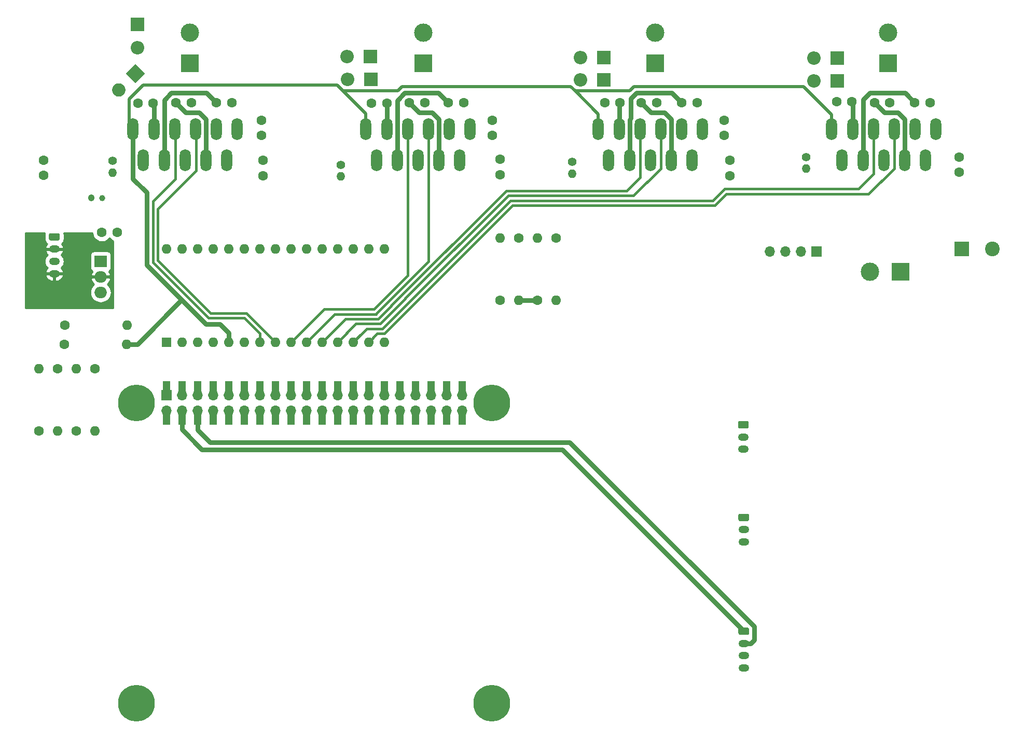
<source format=gbl>
G04 #@! TF.GenerationSoftware,KiCad,Pcbnew,(5.1.6)-1*
G04 #@! TF.CreationDate,2021-04-18T21:34:56+02:00*
G04 #@! TF.ProjectId,eduRov_motherboard,65647552-6f76-45f6-9d6f-74686572626f,rev?*
G04 #@! TF.SameCoordinates,Original*
G04 #@! TF.FileFunction,Copper,L4,Bot*
G04 #@! TF.FilePolarity,Positive*
%FSLAX46Y46*%
G04 Gerber Fmt 4.6, Leading zero omitted, Abs format (unit mm)*
G04 Created by KiCad (PCBNEW (5.1.6)-1) date 2021-04-18 21:34:56*
%MOMM*%
%LPD*%
G01*
G04 APERTURE LIST*
G04 #@! TA.AperFunction,SMDPad,CuDef*
%ADD10R,1.270000X1.680000*%
G04 #@! TD*
G04 #@! TA.AperFunction,ComponentPad*
%ADD11O,1.700000X1.700000*%
G04 #@! TD*
G04 #@! TA.AperFunction,ComponentPad*
%ADD12R,1.700000X1.700000*%
G04 #@! TD*
G04 #@! TA.AperFunction,ComponentPad*
%ADD13C,6.000000*%
G04 #@! TD*
G04 #@! TA.AperFunction,ComponentPad*
%ADD14O,1.750000X1.200000*%
G04 #@! TD*
G04 #@! TA.AperFunction,ComponentPad*
%ADD15O,2.000000X1.905000*%
G04 #@! TD*
G04 #@! TA.AperFunction,ComponentPad*
%ADD16R,2.000000X1.905000*%
G04 #@! TD*
G04 #@! TA.AperFunction,ComponentPad*
%ADD17C,3.000000*%
G04 #@! TD*
G04 #@! TA.AperFunction,ComponentPad*
%ADD18R,3.000000X3.000000*%
G04 #@! TD*
G04 #@! TA.AperFunction,ComponentPad*
%ADD19O,1.800000X3.600000*%
G04 #@! TD*
G04 #@! TA.AperFunction,ComponentPad*
%ADD20O,1.600000X1.600000*%
G04 #@! TD*
G04 #@! TA.AperFunction,ComponentPad*
%ADD21C,1.600000*%
G04 #@! TD*
G04 #@! TA.AperFunction,ComponentPad*
%ADD22O,1.400000X1.400000*%
G04 #@! TD*
G04 #@! TA.AperFunction,ComponentPad*
%ADD23C,1.400000*%
G04 #@! TD*
G04 #@! TA.AperFunction,ComponentPad*
%ADD24C,2.400000*%
G04 #@! TD*
G04 #@! TA.AperFunction,ComponentPad*
%ADD25R,2.400000X2.400000*%
G04 #@! TD*
G04 #@! TA.AperFunction,ComponentPad*
%ADD26O,2.200000X2.200000*%
G04 #@! TD*
G04 #@! TA.AperFunction,ComponentPad*
%ADD27R,2.200000X2.200000*%
G04 #@! TD*
G04 #@! TA.AperFunction,ComponentPad*
%ADD28C,0.100000*%
G04 #@! TD*
G04 #@! TA.AperFunction,ComponentPad*
%ADD29R,1.600000X1.600000*%
G04 #@! TD*
G04 #@! TA.AperFunction,ViaPad*
%ADD30C,1.000000*%
G04 #@! TD*
G04 #@! TA.AperFunction,Conductor*
%ADD31C,0.400000*%
G04 #@! TD*
G04 #@! TA.AperFunction,Conductor*
%ADD32C,0.800000*%
G04 #@! TD*
G04 #@! TA.AperFunction,Conductor*
%ADD33C,0.600000*%
G04 #@! TD*
G04 #@! TA.AperFunction,Conductor*
%ADD34C,0.500000*%
G04 #@! TD*
G04 #@! TA.AperFunction,Conductor*
%ADD35C,1.000000*%
G04 #@! TD*
G04 #@! TA.AperFunction,Conductor*
%ADD36C,0.254000*%
G04 #@! TD*
G04 APERTURE END LIST*
D10*
X82550000Y-104574000D03*
X92710000Y-104574000D03*
X107950000Y-104574000D03*
X80010000Y-104574000D03*
X100330000Y-104574000D03*
X105410000Y-104574000D03*
X113030000Y-104574000D03*
X115570000Y-104574000D03*
X118110000Y-104574000D03*
X90170000Y-104574000D03*
X110490000Y-104574000D03*
X120650000Y-104574000D03*
X123190000Y-104574000D03*
X125730000Y-104574000D03*
X128270000Y-104574000D03*
X87630000Y-104574000D03*
X95250000Y-104574000D03*
X97790000Y-104574000D03*
X85090000Y-104574000D03*
X102870000Y-104574000D03*
X102870000Y-99134000D03*
X105410000Y-99134000D03*
X115570000Y-99134000D03*
X120650000Y-99134000D03*
X97790000Y-99134000D03*
X128270000Y-99134000D03*
X87630000Y-99134000D03*
X107950000Y-99134000D03*
X125730000Y-99134000D03*
X85090000Y-99134000D03*
X110490000Y-99134000D03*
X118110000Y-99134000D03*
X92710000Y-99134000D03*
X80010000Y-99134000D03*
X100330000Y-99134000D03*
X95250000Y-99134000D03*
X123190000Y-99134000D03*
X113030000Y-99134000D03*
X90170000Y-99134000D03*
X82550000Y-99134000D03*
D11*
X105410000Y-103124000D03*
X115570000Y-103124000D03*
X107950000Y-103124000D03*
X125730000Y-100584000D03*
D12*
X80010000Y-100584000D03*
D11*
X118110000Y-100584000D03*
X128270000Y-100584000D03*
X100330000Y-103124000D03*
X120650000Y-100584000D03*
X85090000Y-100584000D03*
X120650000Y-103124000D03*
X82550000Y-103124000D03*
X82550000Y-100584000D03*
X95250000Y-103124000D03*
D13*
X133140000Y-101854000D03*
D11*
X102870000Y-103124000D03*
X123190000Y-100584000D03*
X110490000Y-103124000D03*
X107950000Y-100584000D03*
X110490000Y-100584000D03*
X102870000Y-100584000D03*
X97790000Y-100584000D03*
X87630000Y-103124000D03*
X92710000Y-103124000D03*
D13*
X75140000Y-150854000D03*
D11*
X128270000Y-103124000D03*
D13*
X75140000Y-101854000D03*
D11*
X87630000Y-100584000D03*
X90170000Y-100584000D03*
X123190000Y-103124000D03*
X97790000Y-103124000D03*
X85090000Y-103124000D03*
X113030000Y-103124000D03*
X125730000Y-103124000D03*
X95250000Y-100584000D03*
X113030000Y-100584000D03*
X80010000Y-103124000D03*
X100330000Y-100584000D03*
X92710000Y-100584000D03*
D13*
X133140000Y-150854000D03*
D11*
X118110000Y-103124000D03*
X90170000Y-103124000D03*
X115570000Y-100584000D03*
X105410000Y-100584000D03*
D14*
X61722000Y-80739500D03*
X61722000Y-78739500D03*
X61722000Y-76739500D03*
G04 #@! TA.AperFunction,ComponentPad*
G36*
G01*
X61096999Y-74139500D02*
X62347001Y-74139500D01*
G75*
G02*
X62597000Y-74389499I0J-249999D01*
G01*
X62597000Y-75089501D01*
G75*
G02*
X62347001Y-75339500I-249999J0D01*
G01*
X61096999Y-75339500D01*
G75*
G02*
X60847000Y-75089501I0J249999D01*
G01*
X60847000Y-74389499D01*
G75*
G02*
X61096999Y-74139500I249999J0D01*
G01*
G37*
G04 #@! TD.AperFunction*
D15*
X69278500Y-83820000D03*
X69278500Y-81280000D03*
D16*
X69278500Y-78740000D03*
D17*
X197802500Y-41418500D03*
D18*
X197802500Y-46418500D03*
D17*
X159766000Y-41418500D03*
D18*
X159766000Y-46418500D03*
D17*
X121920000Y-41418500D03*
D18*
X121920000Y-46418500D03*
D17*
X83820000Y-41418500D03*
D18*
X83820000Y-46418500D03*
D14*
X174244000Y-145128500D03*
X174244000Y-143128500D03*
X174244000Y-141128500D03*
G04 #@! TA.AperFunction,ComponentPad*
G36*
G01*
X173618999Y-138528500D02*
X174869001Y-138528500D01*
G75*
G02*
X175119000Y-138778499I0J-249999D01*
G01*
X175119000Y-139478501D01*
G75*
G02*
X174869001Y-139728500I-249999J0D01*
G01*
X173618999Y-139728500D01*
G75*
G02*
X173369000Y-139478501I0J249999D01*
G01*
X173369000Y-138778499D01*
G75*
G02*
X173618999Y-138528500I249999J0D01*
G01*
G37*
G04 #@! TD.AperFunction*
X174244000Y-124555000D03*
X174244000Y-122555000D03*
G04 #@! TA.AperFunction,ComponentPad*
G36*
G01*
X173618999Y-119955000D02*
X174869001Y-119955000D01*
G75*
G02*
X175119000Y-120204999I0J-249999D01*
G01*
X175119000Y-120905001D01*
G75*
G02*
X174869001Y-121155000I-249999J0D01*
G01*
X173618999Y-121155000D01*
G75*
G02*
X173369000Y-120905001I0J249999D01*
G01*
X173369000Y-120204999D01*
G75*
G02*
X173618999Y-119955000I249999J0D01*
G01*
G37*
G04 #@! TD.AperFunction*
X174180500Y-109410000D03*
X174180500Y-107410000D03*
G04 #@! TA.AperFunction,ComponentPad*
G36*
G01*
X173555499Y-104810000D02*
X174805501Y-104810000D01*
G75*
G02*
X175055500Y-105059999I0J-249999D01*
G01*
X175055500Y-105760001D01*
G75*
G02*
X174805501Y-106010000I-249999J0D01*
G01*
X173555499Y-106010000D01*
G75*
G02*
X173305500Y-105760001I0J249999D01*
G01*
X173305500Y-105059999D01*
G75*
G02*
X173555499Y-104810000I249999J0D01*
G01*
G37*
G04 #@! TD.AperFunction*
D19*
X74558000Y-57150000D03*
X76258000Y-62230000D03*
X77958000Y-57150000D03*
X79658000Y-62230000D03*
X81358000Y-57150000D03*
X83058000Y-62230000D03*
X84758000Y-57150000D03*
X86458000Y-62230000D03*
X88158000Y-57150000D03*
X89858000Y-62230000D03*
X91558000Y-57150000D03*
X112580000Y-57150000D03*
X114280000Y-62230000D03*
X115980000Y-57150000D03*
X117680000Y-62230000D03*
X119380000Y-57150000D03*
X121080000Y-62230000D03*
X122780000Y-57150000D03*
X124480000Y-62230000D03*
X126180000Y-57150000D03*
X127880000Y-62230000D03*
X129580000Y-57150000D03*
X150504000Y-57150000D03*
X152204000Y-62230000D03*
X153904000Y-57150000D03*
X155604000Y-62230000D03*
X157304000Y-57150000D03*
X159004000Y-62230000D03*
X160704000Y-57150000D03*
X162404000Y-62230000D03*
X164104000Y-57150000D03*
X165804000Y-62230000D03*
X167504000Y-57150000D03*
X188604000Y-57150000D03*
X190304000Y-62230000D03*
X192004000Y-57150000D03*
X193704000Y-62230000D03*
X195404000Y-57150000D03*
X197104000Y-62230000D03*
X198804000Y-57150000D03*
X200504000Y-62230000D03*
X202204000Y-57150000D03*
X203904000Y-62230000D03*
X205604000Y-57150000D03*
D20*
X73596500Y-89154000D03*
D21*
X63436500Y-89154000D03*
D20*
X134429500Y-74930000D03*
D21*
X134429500Y-85090000D03*
D20*
X137477500Y-85090000D03*
D21*
X137477500Y-74930000D03*
D20*
X140525500Y-74930000D03*
D21*
X140525500Y-85090000D03*
D20*
X143573500Y-85090000D03*
D21*
X143573500Y-74930000D03*
D20*
X73533000Y-92265500D03*
D21*
X63373000Y-92265500D03*
D20*
X65278000Y-96266000D03*
D21*
X65278000Y-106426000D03*
D20*
X68326000Y-106426000D03*
D21*
X68326000Y-96266000D03*
D20*
X59182000Y-96266000D03*
D21*
X59182000Y-106426000D03*
D20*
X62230000Y-106426000D03*
D21*
X62230000Y-96266000D03*
D22*
X71247000Y-64262000D03*
D23*
X71247000Y-62362000D03*
D22*
X108458000Y-64892000D03*
D23*
X108458000Y-62992000D03*
D22*
X146215100Y-64401780D03*
D23*
X146215100Y-62501780D03*
D22*
X184404000Y-63622000D03*
D23*
X184404000Y-61722000D03*
D21*
X59944000Y-64730000D03*
X59944000Y-62230000D03*
X95758000Y-64770000D03*
X95758000Y-62270000D03*
X134477760Y-64569340D03*
X134477760Y-62069340D03*
X171958000Y-64770000D03*
X171958000Y-62270000D03*
X71969000Y-74041000D03*
X69469000Y-74041000D03*
X95504000Y-58189500D03*
X95504000Y-55689500D03*
X133159500Y-58189500D03*
X133159500Y-55689500D03*
X171005500Y-58189500D03*
X171005500Y-55689500D03*
X209359500Y-61698500D03*
X209359500Y-64198500D03*
D24*
X214804000Y-76708000D03*
D25*
X209804000Y-76708000D03*
D26*
X75311000Y-43878500D03*
D27*
X75311000Y-40068500D03*
G04 #@! TA.AperFunction,ComponentPad*
G36*
G01*
X73013740Y-49985760D02*
X73013740Y-49985760D01*
G75*
G02*
X73013740Y-51541394I-777817J-777817D01*
G01*
X73013740Y-51541394D01*
G75*
G02*
X71458106Y-51541394I-777817J777817D01*
G01*
X71458106Y-51541394D01*
G75*
G02*
X71458106Y-49985760I777817J777817D01*
G01*
X71458106Y-49985760D01*
G75*
G02*
X73013740Y-49985760I777817J-777817D01*
G01*
G37*
G04 #@! TD.AperFunction*
G04 #@! TA.AperFunction,ComponentPad*
D28*
G36*
X74930000Y-46513865D02*
G01*
X76485635Y-48069500D01*
X74930000Y-49625135D01*
X73374365Y-48069500D01*
X74930000Y-46513865D01*
G37*
G04 #@! TD.AperFunction*
D26*
X109474000Y-45339000D03*
D27*
X113284000Y-45339000D03*
D26*
X109537500Y-49022000D03*
D27*
X113347500Y-49022000D03*
D26*
X147574000Y-45466000D03*
D27*
X151384000Y-45466000D03*
D26*
X147574000Y-49149000D03*
D27*
X151384000Y-49149000D03*
D26*
X185674000Y-45593000D03*
D27*
X189484000Y-45593000D03*
D26*
X185674000Y-49276000D03*
D27*
X189484000Y-49276000D03*
D21*
X88178000Y-52832000D03*
X90678000Y-52832000D03*
X81574000Y-52832000D03*
X84074000Y-52832000D03*
X75351000Y-52959000D03*
X77851000Y-52959000D03*
X126024000Y-52832000D03*
X128524000Y-52832000D03*
X119674000Y-52832000D03*
X122174000Y-52832000D03*
X113514500Y-52895500D03*
X116014500Y-52895500D03*
X164124000Y-52832000D03*
X166624000Y-52832000D03*
X157520000Y-52832000D03*
X160020000Y-52832000D03*
X151551000Y-52832000D03*
X154051000Y-52832000D03*
X202160500Y-52832000D03*
X204660500Y-52832000D03*
X195580000Y-52832000D03*
X198080000Y-52832000D03*
X189397000Y-52705000D03*
X191897000Y-52705000D03*
D20*
X115570000Y-76708000D03*
X115570000Y-91948000D03*
X80010000Y-76708000D03*
X113030000Y-91948000D03*
X82550000Y-76708000D03*
X110490000Y-91948000D03*
X85090000Y-76708000D03*
X107950000Y-91948000D03*
X87630000Y-76708000D03*
X105410000Y-91948000D03*
X90170000Y-76708000D03*
X102870000Y-91948000D03*
X92710000Y-76708000D03*
X100330000Y-91948000D03*
X95250000Y-76708000D03*
X97790000Y-91948000D03*
X97790000Y-76708000D03*
X95250000Y-91948000D03*
X100330000Y-76708000D03*
X92710000Y-91948000D03*
X102870000Y-76708000D03*
X90170000Y-91948000D03*
X105410000Y-76708000D03*
X87630000Y-91948000D03*
X107950000Y-76708000D03*
X85090000Y-91948000D03*
X110490000Y-76708000D03*
X82550000Y-91948000D03*
X113030000Y-76708000D03*
D29*
X80010000Y-91948000D03*
D17*
X194796400Y-80479900D03*
D18*
X199796400Y-80479900D03*
D11*
X178511200Y-77152500D03*
X181051200Y-77152500D03*
X183591200Y-77152500D03*
D12*
X186131200Y-77152500D03*
D30*
X69532500Y-68389500D03*
X67740001Y-68340499D03*
D31*
X84841500Y-63951314D02*
X84841500Y-57150000D01*
X78609999Y-70182815D02*
X84841500Y-63951314D01*
X78609999Y-78597479D02*
X78609999Y-70182815D01*
X87198020Y-87185500D02*
X78609999Y-78597479D01*
X93027500Y-87185500D02*
X87198020Y-87185500D01*
X97790000Y-91948000D02*
X93027500Y-87185500D01*
X81441500Y-65307000D02*
X80676750Y-66071750D01*
X81441500Y-57150000D02*
X81441500Y-65307000D01*
X80676750Y-66071750D02*
X81358000Y-65390500D01*
X77809989Y-68938511D02*
X79914750Y-66833750D01*
X77809989Y-78928853D02*
X77809989Y-68938511D01*
X79914750Y-66833750D02*
X80676750Y-66071750D01*
X86866644Y-87985508D02*
X77809989Y-78928853D01*
X92696124Y-87985508D02*
X86866644Y-87985508D01*
X95250000Y-90539384D02*
X92696124Y-87985508D01*
X95250000Y-91948000D02*
X95250000Y-90539384D01*
X102870000Y-91948000D02*
X107470041Y-87347959D01*
X122773333Y-57150000D02*
X122773333Y-65623333D01*
X122773333Y-65623333D02*
X122773333Y-67156251D01*
X114271959Y-87347959D02*
X114271959Y-87265425D01*
X107470041Y-87347959D02*
X114271959Y-87347959D01*
X114271959Y-87265425D02*
X122773333Y-78764051D01*
X122773333Y-78764051D02*
X122773333Y-77053333D01*
X122773333Y-77053333D02*
X122773333Y-65623333D01*
X100330000Y-91948000D02*
X105730051Y-86547949D01*
X105730051Y-86547949D02*
X113858051Y-86547949D01*
X119373333Y-81032667D02*
X119373333Y-68586667D01*
X119373333Y-57150000D02*
X119373333Y-68586667D01*
X113858051Y-86547949D02*
X119373333Y-81032667D01*
X119373333Y-68586667D02*
X119373333Y-69424867D01*
X160704000Y-63551334D02*
X160704000Y-57150000D01*
X156246924Y-68008410D02*
X160704000Y-63551334D01*
X135791742Y-68008410D02*
X156246924Y-68008410D01*
X118999000Y-84883686D02*
X118999000Y-84801152D01*
X118999000Y-84801152D02*
X135791742Y-68008410D01*
X107950000Y-91948000D02*
X110950021Y-88947979D01*
X110950021Y-88947979D02*
X114934707Y-88947979D01*
X114934707Y-88947979D02*
X118999000Y-84883686D01*
X135460368Y-67208400D02*
X155092400Y-67208400D01*
X105410000Y-91948000D02*
X109210031Y-88147969D01*
X116713000Y-86038302D02*
X116713000Y-85955768D01*
X157304000Y-64996800D02*
X157304000Y-57150000D01*
X109210031Y-88147969D02*
X114603333Y-88147969D01*
X155092400Y-67208400D02*
X157304000Y-64996800D01*
X114603333Y-88147969D02*
X116713000Y-86038302D01*
X116713000Y-85955768D02*
X135460368Y-67208400D01*
D32*
X92710000Y-91948000D02*
X92538002Y-91948000D01*
D33*
X85090000Y-100584000D02*
X85090000Y-99134000D01*
X95250000Y-100584000D02*
X95250000Y-99134000D01*
X115570000Y-100584000D02*
X115570000Y-99134000D01*
X120650000Y-100584000D02*
X120650000Y-99134000D01*
X128270000Y-103124000D02*
X128270000Y-104574000D01*
X110490000Y-103124000D02*
X110490000Y-104574000D01*
X90170000Y-103124000D02*
X90170000Y-104574000D01*
D34*
X117751460Y-50901600D02*
X118471071Y-50181989D01*
X108827098Y-50901600D02*
X117751460Y-50901600D01*
X155600059Y-50899001D02*
X156317071Y-50181989D01*
X146733999Y-50899001D02*
X155600059Y-50899001D01*
X118471071Y-50181989D02*
X146016987Y-50181989D01*
X146016987Y-50181989D02*
X146733999Y-50899001D01*
X156317071Y-50181989D02*
X183989987Y-50181989D01*
X183989987Y-50181989D02*
X188604000Y-54796002D01*
X188604000Y-57150000D02*
X188604000Y-54796002D01*
X150504000Y-54669002D02*
X146733999Y-50899001D01*
X150504000Y-57150000D02*
X150504000Y-54669002D01*
X112573333Y-54647835D02*
X108827098Y-50901600D01*
X112573333Y-57150000D02*
X112573333Y-54647835D01*
X74558000Y-57150000D02*
X74558000Y-56447800D01*
X73900999Y-52271889D02*
X73900999Y-56409499D01*
X107912698Y-49987200D02*
X76185688Y-49987200D01*
X73900999Y-56409499D02*
X74641500Y-57150000D01*
X76185688Y-49987200D02*
X73900999Y-52271889D01*
X108827098Y-50901600D02*
X107912698Y-49987200D01*
D32*
X76809979Y-67520979D02*
X74558000Y-65269000D01*
X74558000Y-65269000D02*
X74558000Y-57150000D01*
X76809979Y-79343070D02*
X76809979Y-67520979D01*
X88731518Y-88985518D02*
X86452428Y-88985518D01*
X90170000Y-90424000D02*
X88731518Y-88985518D01*
X90170000Y-91948000D02*
X90170000Y-90424000D01*
X73533000Y-92265500D02*
X75311000Y-92265500D01*
X86452428Y-88985518D02*
X82521704Y-85054796D01*
X75311000Y-92265500D02*
X82521704Y-85054796D01*
X82521704Y-85054796D02*
X76809979Y-79343070D01*
X82550000Y-100584000D02*
X82550000Y-99134000D01*
X80010000Y-100584000D02*
X80010000Y-99134000D01*
D31*
X171094400Y-66929000D02*
X192938400Y-66929000D01*
X169214980Y-68808420D02*
X171094400Y-66929000D01*
X195404000Y-64463400D02*
X195404000Y-57150000D01*
X192938400Y-66929000D02*
X195404000Y-64463400D01*
X139674420Y-68808420D02*
X169214980Y-68808420D01*
X110490000Y-91948000D02*
X111633000Y-90805000D01*
X136205650Y-68808420D02*
X139547420Y-68808420D01*
X112690011Y-89747989D02*
X115266081Y-89747989D01*
X139547420Y-68808420D02*
X142494000Y-68808420D01*
X115266081Y-89747989D02*
X136205650Y-68808420D01*
X110490000Y-91948000D02*
X112690011Y-89747989D01*
X198804000Y-63551334D02*
X198804000Y-57150000D01*
X171425774Y-67729010D02*
X194626324Y-67729010D01*
X113030000Y-91948000D02*
X114430001Y-90547999D01*
X194626324Y-67729010D02*
X198804000Y-63551334D01*
X114430001Y-90547999D02*
X115597455Y-90547999D01*
X115597455Y-90547999D02*
X136537024Y-69608430D01*
X169546354Y-69608430D02*
X171425774Y-67729010D01*
X136537024Y-69608430D02*
X169546354Y-69608430D01*
D35*
X67740001Y-68340499D02*
X67789002Y-68389500D01*
D32*
X199390178Y-54432001D02*
X197180001Y-54432001D01*
X200504000Y-55545823D02*
X199390178Y-54432001D01*
X197180001Y-54432001D02*
X195580000Y-52832000D01*
X200504000Y-62230000D02*
X200504000Y-55545823D01*
X159120001Y-54432001D02*
X157520000Y-52832000D01*
X161290178Y-54432001D02*
X159120001Y-54432001D01*
X162404000Y-55545823D02*
X161290178Y-54432001D01*
X162404000Y-62230000D02*
X162404000Y-55545823D01*
X123366377Y-54432200D02*
X124480000Y-55545823D01*
X121274200Y-54432200D02*
X123366377Y-54432200D01*
X124480000Y-55545823D02*
X124480000Y-62230000D01*
X119674000Y-52832000D02*
X121274200Y-54432200D01*
X86458000Y-62230000D02*
X86458000Y-55520800D01*
X85369201Y-54432001D02*
X83174001Y-54432001D01*
X83174001Y-54432001D02*
X81574000Y-52832000D01*
X86458000Y-55520800D02*
X85369201Y-54432001D01*
D33*
X105410000Y-100584000D02*
X105410000Y-99134000D01*
X107950000Y-100584000D02*
X107950000Y-99134000D01*
X125730000Y-103124000D02*
X125730000Y-104574000D01*
X118110000Y-103124000D02*
X118110000Y-104574000D01*
X100330000Y-100584000D02*
X100330000Y-99134000D01*
X120650000Y-103124000D02*
X120650000Y-104574000D01*
X123190000Y-103124000D02*
X123190000Y-104574000D01*
X110490000Y-100584000D02*
X110490000Y-99134000D01*
X107950000Y-103124000D02*
X107950000Y-104574000D01*
X102870000Y-103124000D02*
X102870000Y-104574000D01*
X97790000Y-103124000D02*
X97790000Y-104574000D01*
X92710000Y-100584000D02*
X92710000Y-99134000D01*
X128270000Y-100584000D02*
X128270000Y-99134000D01*
X87630000Y-103124000D02*
X87630000Y-104574000D01*
X123190000Y-100584000D02*
X123190000Y-99134000D01*
X97790000Y-100584000D02*
X97790000Y-99134000D01*
X113030000Y-100584000D02*
X113030000Y-99134000D01*
X125730000Y-100584000D02*
X125730000Y-99134000D01*
X95250000Y-103124000D02*
X95250000Y-104574000D01*
X113030000Y-103124000D02*
X113030000Y-104574000D01*
X92710000Y-103124000D02*
X92710000Y-104574000D01*
X118110000Y-100584000D02*
X118110000Y-99134000D01*
X115570000Y-103124000D02*
X115570000Y-104574000D01*
X105410000Y-103124000D02*
X105410000Y-104574000D01*
X90170000Y-100584000D02*
X90170000Y-99134000D01*
X87630000Y-100584000D02*
X87630000Y-99134000D01*
D32*
X140271500Y-85090000D02*
X137985500Y-85090000D01*
X192004000Y-52812000D02*
X191897000Y-52705000D01*
X192004000Y-57150000D02*
X192004000Y-52812000D01*
X194811999Y-51231999D02*
X200560499Y-51231999D01*
X193704000Y-52339998D02*
X194811999Y-51231999D01*
X200560499Y-51231999D02*
X202160500Y-52832000D01*
X193704000Y-62230000D02*
X193704000Y-52339998D01*
X153904000Y-52979000D02*
X154051000Y-52832000D01*
X153904000Y-57150000D02*
X153904000Y-52979000D01*
X162523999Y-51231999D02*
X164124000Y-52832000D01*
X156751999Y-51231999D02*
X155829000Y-52154998D01*
X162523999Y-51231999D02*
X156751999Y-51231999D01*
X155604000Y-55597000D02*
X155604000Y-62230000D01*
X155829000Y-55372000D02*
X155604000Y-55597000D01*
X155829000Y-52154998D02*
X155829000Y-55372000D01*
X115973333Y-52936667D02*
X116014500Y-52895500D01*
X115973333Y-57150000D02*
X115973333Y-52936667D01*
X124423999Y-51231999D02*
X126024000Y-52832000D01*
X118905999Y-51231999D02*
X124423999Y-51231999D01*
X117673333Y-52464665D02*
X118905999Y-51231999D01*
X117680000Y-52471332D02*
X117673333Y-52464665D01*
X117680000Y-62230000D02*
X117680000Y-52471332D01*
X77958000Y-53066000D02*
X77851000Y-52959000D01*
X77958000Y-57150000D02*
X77958000Y-53066000D01*
X86577999Y-51231999D02*
X88178000Y-52832000D01*
X80805999Y-51231999D02*
X86577999Y-51231999D01*
X79658000Y-52379998D02*
X80805999Y-51231999D01*
X79658000Y-62230000D02*
X79658000Y-52379998D01*
X85090000Y-106235500D02*
X85090000Y-103124000D01*
X87128490Y-108273990D02*
X85090000Y-106235500D01*
X175355500Y-141128500D02*
X175919010Y-140564990D01*
X145849432Y-108273990D02*
X87128490Y-108273990D01*
X174244000Y-141128500D02*
X175355500Y-141128500D01*
X175919010Y-140564990D02*
X175919010Y-138343568D01*
X175919010Y-138343568D02*
X145849432Y-108273990D01*
X174244000Y-139128500D02*
X144589500Y-109474000D01*
D33*
X82550000Y-103124000D02*
X82550000Y-105473500D01*
X86550500Y-109474000D02*
X91440000Y-109474000D01*
D32*
X82550000Y-106214000D02*
X82550000Y-103124000D01*
X93345000Y-109474000D02*
X85810000Y-109474000D01*
X85810000Y-109474000D02*
X82550000Y-106214000D01*
X93345000Y-109474000D02*
X91440000Y-109474000D01*
X144589500Y-109474000D02*
X93345000Y-109474000D01*
D33*
X100330000Y-103124000D02*
X100330000Y-104574000D01*
X80010000Y-103124000D02*
X80010000Y-104574000D01*
D36*
G36*
X60135323Y-74198210D02*
G01*
X60116483Y-74389499D01*
X60116483Y-75089501D01*
X60135323Y-75280790D01*
X60191120Y-75464728D01*
X60281730Y-75634247D01*
X60403669Y-75782831D01*
X60542596Y-75896845D01*
X60483922Y-75956026D01*
X60349579Y-76158967D01*
X60257409Y-76384218D01*
X60253538Y-76421891D01*
X60378269Y-76612500D01*
X61595000Y-76612500D01*
X61595000Y-76592500D01*
X61849000Y-76592500D01*
X61849000Y-76612500D01*
X63065731Y-76612500D01*
X63190462Y-76421891D01*
X63186591Y-76384218D01*
X63094421Y-76158967D01*
X62960078Y-75956026D01*
X62901404Y-75896845D01*
X63040331Y-75782831D01*
X63162270Y-75634247D01*
X63252880Y-75464728D01*
X63308677Y-75280790D01*
X63327517Y-75089501D01*
X63327517Y-74389499D01*
X63308677Y-74198210D01*
X63280250Y-74104500D01*
X67942000Y-74104500D01*
X67942000Y-74191396D01*
X68000681Y-74486410D01*
X68115790Y-74764306D01*
X68282901Y-75014406D01*
X68495594Y-75227099D01*
X68745694Y-75394210D01*
X69023590Y-75509319D01*
X69318604Y-75568000D01*
X69619396Y-75568000D01*
X69914410Y-75509319D01*
X70192306Y-75394210D01*
X70442406Y-75227099D01*
X70655099Y-75014406D01*
X70719000Y-74918771D01*
X70782901Y-75014406D01*
X70995594Y-75227099D01*
X71245694Y-75394210D01*
X71310500Y-75421054D01*
X71310500Y-86360000D01*
X56959500Y-86360000D01*
X56959500Y-83820000D01*
X67543374Y-83820000D01*
X67575801Y-84149239D01*
X67671837Y-84465827D01*
X67827790Y-84757595D01*
X68037668Y-85013332D01*
X68293405Y-85223210D01*
X68585173Y-85379163D01*
X68901761Y-85475199D01*
X69148495Y-85499500D01*
X69408505Y-85499500D01*
X69655239Y-85475199D01*
X69971827Y-85379163D01*
X70263595Y-85223210D01*
X70519332Y-85013332D01*
X70729210Y-84757595D01*
X70885163Y-84465827D01*
X70981199Y-84149239D01*
X71013626Y-83820000D01*
X70981199Y-83490761D01*
X70885163Y-83174173D01*
X70729210Y-82882405D01*
X70519332Y-82626668D01*
X70346309Y-82484672D01*
X70459815Y-82389437D01*
X70654469Y-82146923D01*
X70798071Y-81871094D01*
X70869063Y-81652980D01*
X70749094Y-81407000D01*
X69405500Y-81407000D01*
X69405500Y-81427000D01*
X69151500Y-81427000D01*
X69151500Y-81407000D01*
X67807906Y-81407000D01*
X67687937Y-81652980D01*
X67758929Y-81871094D01*
X67902531Y-82146923D01*
X68097185Y-82389437D01*
X68210691Y-82484672D01*
X68037668Y-82626668D01*
X67827790Y-82882405D01*
X67671837Y-83174173D01*
X67575801Y-83490761D01*
X67543374Y-83820000D01*
X56959500Y-83820000D01*
X56959500Y-81057109D01*
X60253538Y-81057109D01*
X60257409Y-81094782D01*
X60349579Y-81320033D01*
X60483922Y-81522974D01*
X60655275Y-81695807D01*
X60857054Y-81831890D01*
X61081504Y-81925993D01*
X61320000Y-81974500D01*
X61595000Y-81974500D01*
X61595000Y-80866500D01*
X61849000Y-80866500D01*
X61849000Y-81974500D01*
X62124000Y-81974500D01*
X62362496Y-81925993D01*
X62586946Y-81831890D01*
X62788725Y-81695807D01*
X62960078Y-81522974D01*
X63094421Y-81320033D01*
X63186591Y-81094782D01*
X63190462Y-81057109D01*
X63065731Y-80866500D01*
X61849000Y-80866500D01*
X61595000Y-80866500D01*
X60378269Y-80866500D01*
X60253538Y-81057109D01*
X56959500Y-81057109D01*
X56959500Y-78739500D01*
X60113580Y-78739500D01*
X60139201Y-78999637D01*
X60215081Y-79249778D01*
X60338302Y-79480308D01*
X60504130Y-79682370D01*
X60642583Y-79795995D01*
X60483922Y-79956026D01*
X60349579Y-80158967D01*
X60257409Y-80384218D01*
X60253538Y-80421891D01*
X60378269Y-80612500D01*
X61595000Y-80612500D01*
X61595000Y-80592500D01*
X61849000Y-80592500D01*
X61849000Y-80612500D01*
X63065731Y-80612500D01*
X63190462Y-80421891D01*
X63186591Y-80384218D01*
X63094421Y-80158967D01*
X62960078Y-79956026D01*
X62801417Y-79795995D01*
X62939870Y-79682370D01*
X63105698Y-79480308D01*
X63228919Y-79249778D01*
X63304799Y-78999637D01*
X63330420Y-78739500D01*
X63304799Y-78479363D01*
X63228919Y-78229222D01*
X63105698Y-77998692D01*
X62939870Y-77796630D01*
X62928746Y-77787500D01*
X67547983Y-77787500D01*
X67547983Y-79692500D01*
X67562020Y-79835017D01*
X67603590Y-79972057D01*
X67671097Y-80098353D01*
X67761946Y-80209054D01*
X67872647Y-80299903D01*
X67957126Y-80345058D01*
X67902531Y-80413077D01*
X67758929Y-80688906D01*
X67687937Y-80907020D01*
X67807906Y-81153000D01*
X69151500Y-81153000D01*
X69151500Y-81133000D01*
X69405500Y-81133000D01*
X69405500Y-81153000D01*
X70749094Y-81153000D01*
X70869063Y-80907020D01*
X70798071Y-80688906D01*
X70654469Y-80413077D01*
X70599874Y-80345058D01*
X70684353Y-80299903D01*
X70795054Y-80209054D01*
X70885903Y-80098353D01*
X70953410Y-79972057D01*
X70994980Y-79835017D01*
X71009017Y-79692500D01*
X71009017Y-77787500D01*
X70994980Y-77644983D01*
X70953410Y-77507943D01*
X70885903Y-77381647D01*
X70795054Y-77270946D01*
X70684353Y-77180097D01*
X70558057Y-77112590D01*
X70421017Y-77071020D01*
X70278500Y-77056983D01*
X68278500Y-77056983D01*
X68135983Y-77071020D01*
X67998943Y-77112590D01*
X67872647Y-77180097D01*
X67761946Y-77270946D01*
X67671097Y-77381647D01*
X67603590Y-77507943D01*
X67562020Y-77644983D01*
X67547983Y-77787500D01*
X62928746Y-77787500D01*
X62801417Y-77683005D01*
X62960078Y-77522974D01*
X63094421Y-77320033D01*
X63186591Y-77094782D01*
X63190462Y-77057109D01*
X63065731Y-76866500D01*
X61849000Y-76866500D01*
X61849000Y-76886500D01*
X61595000Y-76886500D01*
X61595000Y-76866500D01*
X60378269Y-76866500D01*
X60253538Y-77057109D01*
X60257409Y-77094782D01*
X60349579Y-77320033D01*
X60483922Y-77522974D01*
X60642583Y-77683005D01*
X60504130Y-77796630D01*
X60338302Y-77998692D01*
X60215081Y-78229222D01*
X60139201Y-78479363D01*
X60113580Y-78739500D01*
X56959500Y-78739500D01*
X56959500Y-74104500D01*
X60163750Y-74104500D01*
X60135323Y-74198210D01*
G37*
X60135323Y-74198210D02*
X60116483Y-74389499D01*
X60116483Y-75089501D01*
X60135323Y-75280790D01*
X60191120Y-75464728D01*
X60281730Y-75634247D01*
X60403669Y-75782831D01*
X60542596Y-75896845D01*
X60483922Y-75956026D01*
X60349579Y-76158967D01*
X60257409Y-76384218D01*
X60253538Y-76421891D01*
X60378269Y-76612500D01*
X61595000Y-76612500D01*
X61595000Y-76592500D01*
X61849000Y-76592500D01*
X61849000Y-76612500D01*
X63065731Y-76612500D01*
X63190462Y-76421891D01*
X63186591Y-76384218D01*
X63094421Y-76158967D01*
X62960078Y-75956026D01*
X62901404Y-75896845D01*
X63040331Y-75782831D01*
X63162270Y-75634247D01*
X63252880Y-75464728D01*
X63308677Y-75280790D01*
X63327517Y-75089501D01*
X63327517Y-74389499D01*
X63308677Y-74198210D01*
X63280250Y-74104500D01*
X67942000Y-74104500D01*
X67942000Y-74191396D01*
X68000681Y-74486410D01*
X68115790Y-74764306D01*
X68282901Y-75014406D01*
X68495594Y-75227099D01*
X68745694Y-75394210D01*
X69023590Y-75509319D01*
X69318604Y-75568000D01*
X69619396Y-75568000D01*
X69914410Y-75509319D01*
X70192306Y-75394210D01*
X70442406Y-75227099D01*
X70655099Y-75014406D01*
X70719000Y-74918771D01*
X70782901Y-75014406D01*
X70995594Y-75227099D01*
X71245694Y-75394210D01*
X71310500Y-75421054D01*
X71310500Y-86360000D01*
X56959500Y-86360000D01*
X56959500Y-83820000D01*
X67543374Y-83820000D01*
X67575801Y-84149239D01*
X67671837Y-84465827D01*
X67827790Y-84757595D01*
X68037668Y-85013332D01*
X68293405Y-85223210D01*
X68585173Y-85379163D01*
X68901761Y-85475199D01*
X69148495Y-85499500D01*
X69408505Y-85499500D01*
X69655239Y-85475199D01*
X69971827Y-85379163D01*
X70263595Y-85223210D01*
X70519332Y-85013332D01*
X70729210Y-84757595D01*
X70885163Y-84465827D01*
X70981199Y-84149239D01*
X71013626Y-83820000D01*
X70981199Y-83490761D01*
X70885163Y-83174173D01*
X70729210Y-82882405D01*
X70519332Y-82626668D01*
X70346309Y-82484672D01*
X70459815Y-82389437D01*
X70654469Y-82146923D01*
X70798071Y-81871094D01*
X70869063Y-81652980D01*
X70749094Y-81407000D01*
X69405500Y-81407000D01*
X69405500Y-81427000D01*
X69151500Y-81427000D01*
X69151500Y-81407000D01*
X67807906Y-81407000D01*
X67687937Y-81652980D01*
X67758929Y-81871094D01*
X67902531Y-82146923D01*
X68097185Y-82389437D01*
X68210691Y-82484672D01*
X68037668Y-82626668D01*
X67827790Y-82882405D01*
X67671837Y-83174173D01*
X67575801Y-83490761D01*
X67543374Y-83820000D01*
X56959500Y-83820000D01*
X56959500Y-81057109D01*
X60253538Y-81057109D01*
X60257409Y-81094782D01*
X60349579Y-81320033D01*
X60483922Y-81522974D01*
X60655275Y-81695807D01*
X60857054Y-81831890D01*
X61081504Y-81925993D01*
X61320000Y-81974500D01*
X61595000Y-81974500D01*
X61595000Y-80866500D01*
X61849000Y-80866500D01*
X61849000Y-81974500D01*
X62124000Y-81974500D01*
X62362496Y-81925993D01*
X62586946Y-81831890D01*
X62788725Y-81695807D01*
X62960078Y-81522974D01*
X63094421Y-81320033D01*
X63186591Y-81094782D01*
X63190462Y-81057109D01*
X63065731Y-80866500D01*
X61849000Y-80866500D01*
X61595000Y-80866500D01*
X60378269Y-80866500D01*
X60253538Y-81057109D01*
X56959500Y-81057109D01*
X56959500Y-78739500D01*
X60113580Y-78739500D01*
X60139201Y-78999637D01*
X60215081Y-79249778D01*
X60338302Y-79480308D01*
X60504130Y-79682370D01*
X60642583Y-79795995D01*
X60483922Y-79956026D01*
X60349579Y-80158967D01*
X60257409Y-80384218D01*
X60253538Y-80421891D01*
X60378269Y-80612500D01*
X61595000Y-80612500D01*
X61595000Y-80592500D01*
X61849000Y-80592500D01*
X61849000Y-80612500D01*
X63065731Y-80612500D01*
X63190462Y-80421891D01*
X63186591Y-80384218D01*
X63094421Y-80158967D01*
X62960078Y-79956026D01*
X62801417Y-79795995D01*
X62939870Y-79682370D01*
X63105698Y-79480308D01*
X63228919Y-79249778D01*
X63304799Y-78999637D01*
X63330420Y-78739500D01*
X63304799Y-78479363D01*
X63228919Y-78229222D01*
X63105698Y-77998692D01*
X62939870Y-77796630D01*
X62928746Y-77787500D01*
X67547983Y-77787500D01*
X67547983Y-79692500D01*
X67562020Y-79835017D01*
X67603590Y-79972057D01*
X67671097Y-80098353D01*
X67761946Y-80209054D01*
X67872647Y-80299903D01*
X67957126Y-80345058D01*
X67902531Y-80413077D01*
X67758929Y-80688906D01*
X67687937Y-80907020D01*
X67807906Y-81153000D01*
X69151500Y-81153000D01*
X69151500Y-81133000D01*
X69405500Y-81133000D01*
X69405500Y-81153000D01*
X70749094Y-81153000D01*
X70869063Y-80907020D01*
X70798071Y-80688906D01*
X70654469Y-80413077D01*
X70599874Y-80345058D01*
X70684353Y-80299903D01*
X70795054Y-80209054D01*
X70885903Y-80098353D01*
X70953410Y-79972057D01*
X70994980Y-79835017D01*
X71009017Y-79692500D01*
X71009017Y-77787500D01*
X70994980Y-77644983D01*
X70953410Y-77507943D01*
X70885903Y-77381647D01*
X70795054Y-77270946D01*
X70684353Y-77180097D01*
X70558057Y-77112590D01*
X70421017Y-77071020D01*
X70278500Y-77056983D01*
X68278500Y-77056983D01*
X68135983Y-77071020D01*
X67998943Y-77112590D01*
X67872647Y-77180097D01*
X67761946Y-77270946D01*
X67671097Y-77381647D01*
X67603590Y-77507943D01*
X67562020Y-77644983D01*
X67547983Y-77787500D01*
X62928746Y-77787500D01*
X62801417Y-77683005D01*
X62960078Y-77522974D01*
X63094421Y-77320033D01*
X63186591Y-77094782D01*
X63190462Y-77057109D01*
X63065731Y-76866500D01*
X61849000Y-76866500D01*
X61849000Y-76886500D01*
X61595000Y-76886500D01*
X61595000Y-76866500D01*
X60378269Y-76866500D01*
X60253538Y-77057109D01*
X60257409Y-77094782D01*
X60349579Y-77320033D01*
X60483922Y-77522974D01*
X60642583Y-77683005D01*
X60504130Y-77796630D01*
X60338302Y-77998692D01*
X60215081Y-78229222D01*
X60139201Y-78479363D01*
X60113580Y-78739500D01*
X56959500Y-78739500D01*
X56959500Y-74104500D01*
X60163750Y-74104500D01*
X60135323Y-74198210D01*
M02*

</source>
